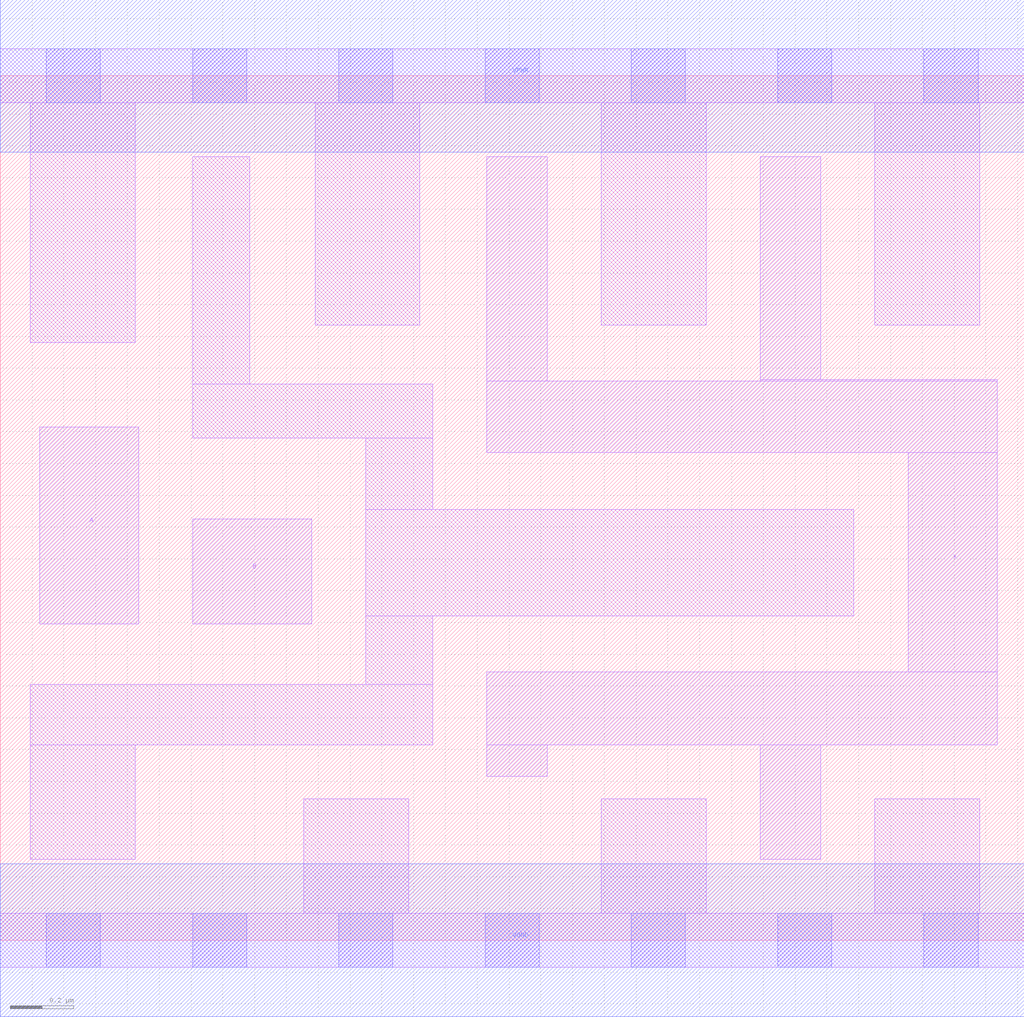
<source format=lef>
# Copyright 2020 The SkyWater PDK Authors
#
# Licensed under the Apache License, Version 2.0 (the "License");
# you may not use this file except in compliance with the License.
# You may obtain a copy of the License at
#
#     https://www.apache.org/licenses/LICENSE-2.0
#
# Unless required by applicable law or agreed to in writing, software
# distributed under the License is distributed on an "AS IS" BASIS,
# WITHOUT WARRANTIES OR CONDITIONS OF ANY KIND, either express or implied.
# See the License for the specific language governing permissions and
# limitations under the License.
#
# SPDX-License-Identifier: Apache-2.0

VERSION 5.7 ;
  NAMESCASESENSITIVE ON ;
  NOWIREEXTENSIONATPIN ON ;
  DIVIDERCHAR "/" ;
  BUSBITCHARS "[]" ;
UNITS
  DATABASE MICRONS 200 ;
END UNITS
MACRO sky130_fd_sc_hd__and2_4
  CLASS CORE ;
  FOREIGN sky130_fd_sc_hd__and2_4 ;
  ORIGIN  0.000000  0.000000 ;
  SIZE  3.220000 BY  2.720000 ;
  SYMMETRY X Y R90 ;
  SITE unithd ;
  PIN A
    ANTENNAGATEAREA  0.247500 ;
    DIRECTION INPUT ;
    USE SIGNAL ;
    PORT
      LAYER li1 ;
        RECT 0.125000 0.995000 0.435000 1.615000 ;
    END
  END A
  PIN B
    ANTENNAGATEAREA  0.247500 ;
    DIRECTION INPUT ;
    USE SIGNAL ;
    PORT
      LAYER li1 ;
        RECT 0.605000 0.995000 0.980000 1.325000 ;
    END
  END B
  PIN X
    ANTENNADIFFAREA  0.924000 ;
    DIRECTION OUTPUT ;
    USE SIGNAL ;
    PORT
      LAYER li1 ;
        RECT 1.530000 0.515000 1.720000 0.615000 ;
        RECT 1.530000 0.615000 3.135000 0.845000 ;
        RECT 1.530000 1.535000 3.135000 1.760000 ;
        RECT 1.530000 1.760000 1.720000 2.465000 ;
        RECT 2.390000 0.255000 2.580000 0.615000 ;
        RECT 2.390000 1.760000 3.135000 1.765000 ;
        RECT 2.390000 1.765000 2.580000 2.465000 ;
        RECT 2.855000 0.845000 3.135000 1.535000 ;
    END
  END X
  PIN VGND
    DIRECTION INOUT ;
    SHAPE ABUTMENT ;
    USE GROUND ;
    PORT
      LAYER met1 ;
        RECT 0.000000 -0.240000 3.220000 0.240000 ;
    END
  END VGND
  PIN VPWR
    DIRECTION INOUT ;
    SHAPE ABUTMENT ;
    USE POWER ;
    PORT
      LAYER met1 ;
        RECT 0.000000 2.480000 3.220000 2.960000 ;
    END
  END VPWR
  OBS
    LAYER li1 ;
      RECT 0.000000 -0.085000 3.220000 0.085000 ;
      RECT 0.000000  2.635000 3.220000 2.805000 ;
      RECT 0.095000  0.255000 0.425000 0.615000 ;
      RECT 0.095000  0.615000 1.360000 0.805000 ;
      RECT 0.095000  1.880000 0.425000 2.635000 ;
      RECT 0.605000  1.580000 1.360000 1.750000 ;
      RECT 0.605000  1.750000 0.785000 2.465000 ;
      RECT 0.955000  0.085000 1.285000 0.445000 ;
      RECT 0.990000  1.935000 1.320000 2.635000 ;
      RECT 1.150000  0.805000 1.360000 1.020000 ;
      RECT 1.150000  1.020000 2.685000 1.355000 ;
      RECT 1.150000  1.355000 1.360000 1.580000 ;
      RECT 1.890000  0.085000 2.220000 0.445000 ;
      RECT 1.890000  1.935000 2.220000 2.635000 ;
      RECT 2.750000  0.085000 3.080000 0.445000 ;
      RECT 2.750000  1.935000 3.080000 2.635000 ;
    LAYER mcon ;
      RECT 0.145000 -0.085000 0.315000 0.085000 ;
      RECT 0.145000  2.635000 0.315000 2.805000 ;
      RECT 0.605000 -0.085000 0.775000 0.085000 ;
      RECT 0.605000  2.635000 0.775000 2.805000 ;
      RECT 1.065000 -0.085000 1.235000 0.085000 ;
      RECT 1.065000  2.635000 1.235000 2.805000 ;
      RECT 1.525000 -0.085000 1.695000 0.085000 ;
      RECT 1.525000  2.635000 1.695000 2.805000 ;
      RECT 1.985000 -0.085000 2.155000 0.085000 ;
      RECT 1.985000  2.635000 2.155000 2.805000 ;
      RECT 2.445000 -0.085000 2.615000 0.085000 ;
      RECT 2.445000  2.635000 2.615000 2.805000 ;
      RECT 2.905000 -0.085000 3.075000 0.085000 ;
      RECT 2.905000  2.635000 3.075000 2.805000 ;
  END
END sky130_fd_sc_hd__and2_4
END LIBRARY

</source>
